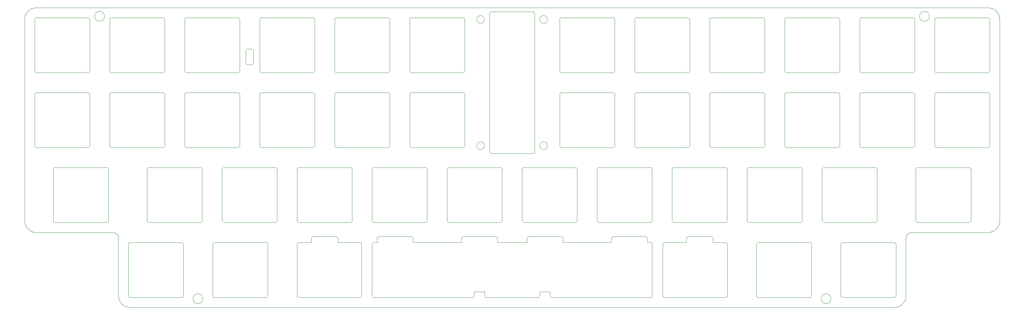
<source format=gm1>
%TF.GenerationSoftware,KiCad,Pcbnew,7.0.6*%
%TF.CreationDate,2023-09-06T22:24:11-04:00*%
%TF.ProjectId,Vault45_Alpha_FR4_Plate,5661756c-7434-4355-9f41-6c7068615f46,rev?*%
%TF.SameCoordinates,PX1c63012PY7616bd0*%
%TF.FileFunction,Profile,NP*%
%FSLAX46Y46*%
G04 Gerber Fmt 4.6, Leading zero omitted, Abs format (unit mm)*
G04 Created by KiCad (PCBNEW 7.0.6) date 2023-09-06 22:24:11*
%MOMM*%
%LPD*%
G01*
G04 APERTURE LIST*
%TA.AperFunction,Profile*%
%ADD10C,0.090000*%
%TD*%
%ADD11C,0.090000*%
G04 APERTURE END LIST*
D10*
X114155648Y4018499D02*
X116825001Y4018499D01*
X114155647Y3048499D02*
X114155648Y4018499D01*
D11*
X113655647Y2548499D02*
X113756414Y2558658D01*
X113850269Y2587792D01*
X113935201Y2633891D01*
X114009200Y2694946D01*
X114070254Y2768944D01*
X114116354Y2853877D01*
X114145488Y2947732D01*
X114155647Y3048499D01*
D10*
X88750000Y2551326D02*
X113655647Y2548499D01*
D11*
X88250000Y3051326D02*
X88260158Y2950559D01*
X88289292Y2856704D01*
X88335392Y2771771D01*
X88396446Y2697773D01*
X88470445Y2636718D01*
X88555377Y2590619D01*
X88649232Y2561485D01*
X88750000Y2551326D01*
D10*
X88250000Y16048480D02*
X88250000Y3051326D01*
D11*
X88750000Y16548480D02*
X88649232Y16538322D01*
X88555377Y16509188D01*
X88470445Y16463088D01*
X88396446Y16402034D01*
X88335392Y16328035D01*
X88289292Y16243103D01*
X88260158Y16149248D01*
X88250000Y16048480D01*
D10*
X89500000Y16548499D02*
X88750000Y16548480D01*
X89500000Y17518499D02*
X89500000Y16548499D01*
D11*
X90000000Y18018499D02*
X89899232Y18008341D01*
X89805377Y17979207D01*
X89720445Y17933107D01*
X89646446Y17872053D01*
X89585392Y17798054D01*
X89539292Y17713122D01*
X89510158Y17619267D01*
X89500000Y17518499D01*
D10*
X98124000Y18018499D02*
X90000000Y18018499D01*
D11*
X98624000Y17518499D02*
X98613841Y17619267D01*
X98584707Y17713122D01*
X98538607Y17798054D01*
X98477553Y17872053D01*
X98403554Y17933107D01*
X98318622Y17979207D01*
X98224767Y18008341D01*
X98124000Y18018499D01*
D10*
X98624000Y16548499D02*
X98624000Y17518499D01*
X110924325Y16551329D02*
X98624000Y16548499D01*
X110924325Y17518499D02*
X110924325Y16551329D01*
D11*
X111424325Y18018499D02*
X111323557Y18008341D01*
X111229702Y17979207D01*
X111144770Y17933107D01*
X111070771Y17872053D01*
X111009717Y17798054D01*
X110963617Y17713122D01*
X110934483Y17619267D01*
X110924325Y17518499D01*
D10*
X119549047Y18018499D02*
X111424325Y18018499D01*
D11*
X120049047Y17518499D02*
X120038888Y17619267D01*
X120009754Y17713122D01*
X119963654Y17798054D01*
X119902600Y17872053D01*
X119828601Y17933107D01*
X119743669Y17979207D01*
X119649814Y18008341D01*
X119549047Y18018499D01*
D10*
X120049047Y16551329D02*
X120049047Y17518499D01*
X127600000Y16551329D02*
X120049047Y16551329D01*
X127600000Y17518499D02*
X127600000Y16551329D01*
D11*
X128100000Y18018499D02*
X127999232Y18008341D01*
X127905377Y17979207D01*
X127820445Y17933107D01*
X127746446Y17872053D01*
X127685392Y17798054D01*
X127639292Y17713122D01*
X127610158Y17619267D01*
X127600000Y17518499D01*
D10*
X136224000Y18018499D02*
X128100000Y18018499D01*
D11*
X136724000Y17518499D02*
X136713841Y17619267D01*
X136684707Y17713122D01*
X136638607Y17798054D01*
X136577553Y17872053D01*
X136503554Y17933107D01*
X136418622Y17979207D01*
X136324767Y18008341D01*
X136224000Y18018499D01*
D10*
X136724000Y16548499D02*
X136724000Y17518499D01*
X149023675Y16548499D02*
X136724000Y16548499D01*
X149023675Y17518499D02*
X149023675Y16548499D01*
D11*
X149523675Y18018499D02*
X149422907Y18008341D01*
X149329052Y17979207D01*
X149244120Y17933107D01*
X149170121Y17872053D01*
X149109067Y17798054D01*
X149062967Y17713122D01*
X149033833Y17619267D01*
X149023675Y17518499D01*
D10*
X157649847Y18018499D02*
X149523675Y18018499D01*
D11*
X158149847Y17518499D02*
X158139688Y17619267D01*
X158110554Y17713122D01*
X158064454Y17798054D01*
X158003400Y17872053D01*
X157929401Y17933107D01*
X157844469Y17979207D01*
X157750614Y18008341D01*
X157649847Y18018499D01*
D10*
X158149847Y16548499D02*
X158149847Y17518499D01*
X158900000Y16548499D02*
X158149847Y16548499D01*
D11*
X159400000Y16048499D02*
X159389841Y16149267D01*
X159360707Y16243122D01*
X159314607Y16328054D01*
X159253553Y16402053D01*
X159179554Y16463107D01*
X159094622Y16509207D01*
X159000767Y16538341D01*
X158900000Y16548499D01*
D10*
X159400000Y3048499D02*
X159400000Y16048499D01*
D11*
X158900000Y2548499D02*
X159000767Y2558658D01*
X159094622Y2587792D01*
X159179554Y2633891D01*
X159253553Y2694946D01*
X159314607Y2768944D01*
X159360707Y2853877D01*
X159389841Y2947732D01*
X159400000Y3048499D01*
D10*
X133994047Y2548499D02*
X158900000Y2548499D01*
D11*
X133494047Y3048499D02*
X133504205Y2947732D01*
X133533339Y2853877D01*
X133579438Y2768944D01*
X133640493Y2694946D01*
X133714491Y2633891D01*
X133799424Y2587792D01*
X133893279Y2558658D01*
X133994047Y2548499D01*
D10*
X133494046Y4018499D02*
X133494047Y3048499D01*
X130825002Y4018499D02*
X133494046Y4018499D01*
X130825000Y3051326D02*
X130825002Y4018499D01*
D11*
X130325000Y2551326D02*
X130425767Y2561485D01*
X130519622Y2590619D01*
X130604554Y2636718D01*
X130678553Y2697773D01*
X130739607Y2771771D01*
X130785707Y2856704D01*
X130814841Y2950559D01*
X130825000Y3051326D01*
D10*
X117325000Y2551326D02*
X130325000Y2551326D01*
D11*
X116825000Y3051326D02*
X116835158Y2950559D01*
X116864292Y2856704D01*
X116910392Y2771771D01*
X116971446Y2697773D01*
X117045445Y2636718D01*
X117130377Y2590619D01*
X117224232Y2561485D01*
X117325000Y2551326D01*
D10*
X116825001Y4018499D02*
X116825000Y3051326D01*
X229833010Y74023121D02*
G75*
G03*
X229833010Y74023121I-1250000J0D01*
G01*
D11*
X61268750Y16548499D02*
X61369517Y16538341D01*
X61463372Y16509207D01*
X61548304Y16463107D01*
X61622303Y16402053D01*
X61683357Y16328054D01*
X61729457Y16243122D01*
X61758591Y16149267D01*
X61768750Y16048499D01*
D10*
X48268750Y16548499D02*
X61268750Y16548499D01*
D11*
X47768750Y16048499D02*
X47778908Y16149267D01*
X47808042Y16243122D01*
X47854142Y16328054D01*
X47915196Y16402053D01*
X47989195Y16463107D01*
X48074127Y16509207D01*
X48167982Y16538341D01*
X48268750Y16548499D01*
D10*
X47768750Y3048499D02*
X47768750Y16048499D01*
D11*
X48268750Y2548499D02*
X48167982Y2558658D01*
X48074127Y2587792D01*
X47989195Y2633891D01*
X47915196Y2694946D01*
X47854142Y2768944D01*
X47808042Y2853877D01*
X47778908Y2947732D01*
X47768750Y3048499D01*
D10*
X61268750Y2548499D02*
X48268750Y2548499D01*
D11*
X61768750Y3048499D02*
X61758591Y2947732D01*
X61729457Y2853877D01*
X61683357Y2768944D01*
X61622303Y2694946D01*
X61548304Y2633891D01*
X61463372Y2587792D01*
X61369517Y2558658D01*
X61268750Y2548499D01*
D10*
X61768750Y16048499D02*
X61768750Y3048499D01*
D11*
X26337500Y16048499D02*
X26347658Y16149267D01*
X26376792Y16243122D01*
X26422892Y16328054D01*
X26483946Y16402053D01*
X26557945Y16463107D01*
X26642877Y16509207D01*
X26736732Y16538341D01*
X26837500Y16548499D01*
D10*
X26337500Y3048499D02*
X26337500Y16048499D01*
D11*
X26837500Y2548499D02*
X26736732Y2558658D01*
X26642877Y2587792D01*
X26557945Y2633891D01*
X26483946Y2694946D01*
X26422892Y2768944D01*
X26376792Y2853877D01*
X26347658Y2947732D01*
X26337500Y3048499D01*
D10*
X39837500Y2548499D02*
X26837500Y2548499D01*
D11*
X40337500Y3048499D02*
X40327341Y2947732D01*
X40298207Y2853877D01*
X40252107Y2768944D01*
X40191053Y2694946D01*
X40117054Y2633891D01*
X40032122Y2587792D01*
X39938267Y2558658D01*
X39837500Y2548499D01*
D10*
X40337500Y16048499D02*
X40337500Y3048499D01*
D11*
X39837500Y16548499D02*
X39938267Y16538341D01*
X40032122Y16509207D01*
X40117054Y16463107D01*
X40191053Y16402053D01*
X40252107Y16328054D01*
X40298207Y16243122D01*
X40327341Y16149267D01*
X40337500Y16048499D01*
D10*
X26837500Y16548499D02*
X39837500Y16548499D01*
X20298108Y74023025D02*
G75*
G03*
X20298108Y74023025I-1250000J0D01*
G01*
X45283052Y2223170D02*
G75*
G03*
X45283052Y2223170I-1250000J0D01*
G01*
D11*
X207312500Y16048499D02*
X207322658Y16149267D01*
X207351792Y16243122D01*
X207397892Y16328054D01*
X207458946Y16402053D01*
X207532945Y16463107D01*
X207617877Y16509207D01*
X207711732Y16538341D01*
X207812500Y16548499D01*
D10*
X207312500Y3048499D02*
X207312500Y16048499D01*
D11*
X207812500Y2548499D02*
X207711732Y2558658D01*
X207617877Y2587792D01*
X207532945Y2633891D01*
X207458946Y2694946D01*
X207397892Y2768944D01*
X207351792Y2853877D01*
X207322658Y2947732D01*
X207312500Y3048499D01*
D10*
X220812500Y2548499D02*
X207812500Y2548499D01*
D11*
X221312500Y3048499D02*
X221302341Y2947732D01*
X221273207Y2853877D01*
X221227107Y2768944D01*
X221166053Y2694946D01*
X221092054Y2633891D01*
X221007122Y2587792D01*
X220913267Y2558658D01*
X220812500Y2548499D01*
D10*
X221312500Y16048499D02*
X221312500Y3048499D01*
D11*
X220812500Y16548499D02*
X220913267Y16538341D01*
X221007122Y16509207D01*
X221092054Y16463107D01*
X221166053Y16402053D01*
X221227107Y16328054D01*
X221273207Y16243122D01*
X221302341Y16149267D01*
X221312500Y16048499D01*
D10*
X207812500Y16548499D02*
X220812500Y16548499D01*
X204843984Y2223222D02*
G75*
G03*
X204843984Y2223222I-1250000J0D01*
G01*
D11*
X185881250Y16048499D02*
X185891408Y16149267D01*
X185920542Y16243122D01*
X185966642Y16328054D01*
X186027696Y16402053D01*
X186101695Y16463107D01*
X186186627Y16509207D01*
X186280482Y16538341D01*
X186381250Y16548499D01*
D10*
X185881250Y3048499D02*
X185881250Y16048499D01*
D11*
X186381250Y2548499D02*
X186280482Y2558658D01*
X186186627Y2587792D01*
X186101695Y2633891D01*
X186027696Y2694946D01*
X185966642Y2768944D01*
X185920542Y2853877D01*
X185891408Y2947732D01*
X185881250Y3048499D01*
D10*
X199381250Y2548499D02*
X186381250Y2548499D01*
D11*
X199881250Y3048499D02*
X199871091Y2947732D01*
X199841957Y2853877D01*
X199795857Y2768944D01*
X199734803Y2694946D01*
X199660804Y2633891D01*
X199575872Y2587792D01*
X199482017Y2558658D01*
X199381250Y2548499D01*
D10*
X199881250Y16048499D02*
X199881250Y3048499D01*
D11*
X199381250Y16548499D02*
X199482017Y16538341D01*
X199575872Y16509207D01*
X199660804Y16463107D01*
X199734803Y16402053D01*
X199795857Y16328054D01*
X199841957Y16243122D01*
X199871091Y16149267D01*
X199881250Y16048499D01*
D10*
X186381250Y16548499D02*
X199381250Y16548499D01*
D11*
X0Y22073499D02*
X3903Y21919120D01*
X15488Y21766767D01*
X34566Y21616629D01*
X60949Y21468895D01*
X94447Y21323753D01*
X134874Y21181391D01*
X182039Y21041999D01*
X235754Y20905764D01*
X295832Y20772876D01*
X362083Y20643521D01*
X434320Y20517890D01*
X512352Y20396171D01*
X595993Y20278552D01*
X685054Y20165221D01*
X779345Y20056367D01*
X878679Y19952179D01*
X982867Y19852845D01*
X1091721Y19758554D01*
X1205052Y19669493D01*
X1322671Y19585852D01*
X1444390Y19507820D01*
X1570021Y19435583D01*
X1699376Y19369332D01*
X1832264Y19309254D01*
X1968499Y19255539D01*
X2107891Y19208374D01*
X2250253Y19167947D01*
X2395395Y19134449D01*
X2543129Y19108066D01*
X2693267Y19088988D01*
X2845620Y19077403D01*
X3000000Y19073499D01*
D10*
X0Y73223499D02*
X0Y22073499D01*
D11*
X3000000Y76223499D02*
X2845620Y76219596D01*
X2693267Y76208011D01*
X2543129Y76188933D01*
X2395395Y76162550D01*
X2250253Y76129052D01*
X2107891Y76088625D01*
X1968499Y76041460D01*
X1832264Y75987745D01*
X1699376Y75927667D01*
X1570021Y75861416D01*
X1444390Y75789179D01*
X1322671Y75711147D01*
X1205052Y75627506D01*
X1091721Y75538445D01*
X982867Y75444154D01*
X878679Y75344820D01*
X779345Y75240632D01*
X685054Y75131778D01*
X595993Y75018447D01*
X512352Y74900828D01*
X434320Y74779109D01*
X362083Y74653478D01*
X295832Y74524123D01*
X235754Y74391235D01*
X182039Y74255000D01*
X134874Y74115608D01*
X94447Y73973246D01*
X60949Y73828104D01*
X34566Y73680370D01*
X15488Y73530232D01*
X3903Y73377879D01*
X0Y73223499D01*
D10*
X244650000Y76223499D02*
X3000000Y76223499D01*
D11*
X247650000Y73223499D02*
X247646096Y73377879D01*
X247634511Y73530232D01*
X247615433Y73680370D01*
X247589050Y73828104D01*
X247555552Y73973246D01*
X247515125Y74115608D01*
X247467960Y74255000D01*
X247414245Y74391235D01*
X247354167Y74524123D01*
X247287916Y74653478D01*
X247215679Y74779109D01*
X247137647Y74900828D01*
X247054006Y75018447D01*
X246964945Y75131778D01*
X246870654Y75240632D01*
X246771320Y75344820D01*
X246667132Y75444154D01*
X246558278Y75538445D01*
X246444947Y75627506D01*
X246327328Y75711147D01*
X246205609Y75789179D01*
X246079978Y75861416D01*
X245950623Y75927667D01*
X245817735Y75987745D01*
X245681500Y76041460D01*
X245542108Y76088625D01*
X245399746Y76129052D01*
X245254604Y76162550D01*
X245106870Y76188933D01*
X244956732Y76208011D01*
X244804379Y76219596D01*
X244650000Y76223499D01*
D10*
X247650000Y22073499D02*
X247650000Y73223499D01*
D11*
X244650000Y19073499D02*
X244804379Y19077403D01*
X244956732Y19088988D01*
X245106870Y19108066D01*
X245254604Y19134449D01*
X245399746Y19167947D01*
X245542108Y19208374D01*
X245681500Y19255539D01*
X245817735Y19309254D01*
X245950623Y19369332D01*
X246079978Y19435583D01*
X246205609Y19507820D01*
X246327328Y19585852D01*
X246444947Y19669493D01*
X246558278Y19758554D01*
X246667132Y19852845D01*
X246771320Y19952179D01*
X246870654Y20056367D01*
X246964945Y20165221D01*
X247054006Y20278552D01*
X247137647Y20396171D01*
X247215679Y20517890D01*
X247287916Y20643521D01*
X247354167Y20772876D01*
X247414245Y20905764D01*
X247467960Y21041999D01*
X247515125Y21181391D01*
X247555552Y21323753D01*
X247589050Y21468895D01*
X247615433Y21616629D01*
X247634511Y21766767D01*
X247646096Y21919120D01*
X247650000Y22073499D01*
D10*
X225337500Y19073499D02*
X244650000Y19073499D01*
D11*
X223837500Y17573499D02*
X223845244Y17726866D01*
X223867974Y17875802D01*
X223904937Y18019554D01*
X223955377Y18157367D01*
X224018541Y18288489D01*
X224093676Y18412164D01*
X224180027Y18527639D01*
X224276839Y18634160D01*
X224383360Y18730972D01*
X224498835Y18817323D01*
X224622510Y18892458D01*
X224753632Y18955622D01*
X224891445Y19006062D01*
X225035197Y19043025D01*
X225184133Y19065755D01*
X225337500Y19073499D01*
D10*
X223837500Y3023499D02*
X223837500Y17573499D01*
D11*
X220837500Y23499D02*
X220991879Y27403D01*
X221144232Y38988D01*
X221294370Y58066D01*
X221442104Y84449D01*
X221587246Y117947D01*
X221729608Y158374D01*
X221869000Y205539D01*
X222005235Y259254D01*
X222138123Y319332D01*
X222267478Y385583D01*
X222393109Y457820D01*
X222514828Y535852D01*
X222632447Y619493D01*
X222745778Y708554D01*
X222854632Y802845D01*
X222958820Y902179D01*
X223058154Y1006367D01*
X223152445Y1115221D01*
X223241506Y1228552D01*
X223325147Y1346171D01*
X223403179Y1467890D01*
X223475416Y1593521D01*
X223541667Y1722876D01*
X223601745Y1855764D01*
X223655460Y1991999D01*
X223702625Y2131391D01*
X223743052Y2273753D01*
X223776550Y2418895D01*
X223802933Y2566629D01*
X223822011Y2716767D01*
X223833596Y2869120D01*
X223837500Y3023499D01*
D10*
X26812500Y23499D02*
X220837500Y23499D01*
D11*
X23812500Y3023499D02*
X23816403Y2869120D01*
X23827988Y2716767D01*
X23847066Y2566629D01*
X23873449Y2418895D01*
X23906947Y2273753D01*
X23947374Y2131391D01*
X23994539Y1991999D01*
X24048254Y1855764D01*
X24108332Y1722876D01*
X24174583Y1593521D01*
X24246820Y1467890D01*
X24324852Y1346171D01*
X24408493Y1228552D01*
X24497554Y1115221D01*
X24591845Y1006367D01*
X24691179Y902179D01*
X24795367Y802845D01*
X24904221Y708554D01*
X25017552Y619493D01*
X25135171Y535852D01*
X25256890Y457820D01*
X25382521Y385583D01*
X25511876Y319332D01*
X25644764Y259254D01*
X25780999Y205539D01*
X25920391Y158374D01*
X26062753Y117947D01*
X26207895Y84449D01*
X26355629Y58066D01*
X26505767Y38988D01*
X26658120Y27403D01*
X26812500Y23499D01*
D10*
X23812500Y17573499D02*
X23812500Y3023499D01*
D11*
X22312500Y19073499D02*
X22465866Y19065755D01*
X22614802Y19043025D01*
X22758554Y19006062D01*
X22896367Y18955622D01*
X23027489Y18892458D01*
X23151164Y18817323D01*
X23266639Y18730972D01*
X23373160Y18634160D01*
X23469972Y18527639D01*
X23556323Y18412164D01*
X23631458Y18288489D01*
X23694622Y18157367D01*
X23745062Y18019554D01*
X23782025Y17875802D01*
X23804755Y17726866D01*
X23812500Y17573499D01*
D10*
X3000000Y19073499D02*
X22312500Y19073499D01*
X174824000Y17518499D02*
X174823999Y16548499D01*
D11*
X174324000Y18018499D02*
X174424767Y18008341D01*
X174518622Y17979207D01*
X174603554Y17933107D01*
X174677553Y17872053D01*
X174738607Y17798054D01*
X174784707Y17713122D01*
X174813841Y17619267D01*
X174824000Y17518499D01*
D10*
X168574000Y18018499D02*
X174324000Y18018499D01*
D11*
X168074000Y17518499D02*
X168084158Y17619267D01*
X168113292Y17713122D01*
X168159392Y17798054D01*
X168220446Y17872053D01*
X168294445Y17933107D01*
X168379377Y17979207D01*
X168473232Y18008341D01*
X168574000Y18018499D01*
D10*
X168073999Y16548499D02*
X168074000Y17518499D01*
X162606000Y16548499D02*
X168073999Y16548499D01*
D11*
X162106000Y16048499D02*
X162116158Y16149267D01*
X162145292Y16243122D01*
X162191392Y16328054D01*
X162252446Y16402053D01*
X162326445Y16463107D01*
X162411377Y16509207D01*
X162505232Y16538341D01*
X162606000Y16548499D01*
D10*
X162106000Y3048499D02*
X162106000Y16048499D01*
D11*
X162606000Y2548499D02*
X162505232Y2558658D01*
X162411377Y2587792D01*
X162326445Y2633891D01*
X162252446Y2694946D01*
X162191392Y2768944D01*
X162145292Y2853877D01*
X162116158Y2947732D01*
X162106000Y3048499D01*
D10*
X177987000Y2548499D02*
X162606000Y2548499D01*
D11*
X178487000Y3048499D02*
X178476841Y2947732D01*
X178447707Y2853877D01*
X178401607Y2768944D01*
X178340553Y2694946D01*
X178266554Y2633891D01*
X178181622Y2587792D01*
X178087767Y2558658D01*
X177987000Y2548499D01*
D10*
X178487000Y16048499D02*
X178487000Y3048499D01*
D11*
X177987000Y16548499D02*
X178087767Y16538341D01*
X178181622Y16509207D01*
X178266554Y16463107D01*
X178340553Y16402053D01*
X178401607Y16328054D01*
X178447707Y16243122D01*
X178476841Y16149267D01*
X178487000Y16048499D01*
D10*
X174823999Y16548499D02*
X177987000Y16548499D01*
X79574000Y17518499D02*
X79573997Y16548499D01*
D11*
X79074000Y18018499D02*
X79174767Y18008341D01*
X79268622Y17979207D01*
X79353554Y17933107D01*
X79427553Y17872053D01*
X79488607Y17798054D01*
X79534707Y17713122D01*
X79563841Y17619267D01*
X79574000Y17518499D01*
D10*
X73324000Y18018499D02*
X79074000Y18018499D01*
D11*
X72824000Y17518499D02*
X72834158Y17619267D01*
X72863292Y17713122D01*
X72909392Y17798054D01*
X72970446Y17872053D01*
X73044445Y17933107D01*
X73129377Y17979207D01*
X73223232Y18008341D01*
X73324000Y18018499D01*
D10*
X72823999Y16548499D02*
X72824000Y17518499D01*
X69700000Y16548499D02*
X72823999Y16548499D01*
D11*
X69200000Y16048499D02*
X69210158Y16149267D01*
X69239292Y16243122D01*
X69285392Y16328054D01*
X69346446Y16402053D01*
X69420445Y16463107D01*
X69505377Y16509207D01*
X69599232Y16538341D01*
X69700000Y16548499D01*
D10*
X69200000Y3048499D02*
X69200000Y16048499D01*
D11*
X69700000Y2548499D02*
X69599232Y2558658D01*
X69505377Y2587792D01*
X69420445Y2633891D01*
X69346446Y2694946D01*
X69285392Y2768944D01*
X69239292Y2853877D01*
X69210158Y2947732D01*
X69200000Y3048499D01*
D10*
X85081000Y2548499D02*
X69700000Y2548499D01*
D11*
X85581000Y3048499D02*
X85570841Y2947732D01*
X85541707Y2853877D01*
X85495607Y2768944D01*
X85434553Y2694946D01*
X85360554Y2633891D01*
X85275622Y2587792D01*
X85181767Y2558658D01*
X85081000Y2548499D01*
D10*
X85581000Y16048499D02*
X85581000Y3048499D01*
D11*
X85081000Y16548499D02*
X85181767Y16538341D01*
X85275622Y16509207D01*
X85360554Y16463107D01*
X85434553Y16402053D01*
X85495607Y16328054D01*
X85541707Y16243122D01*
X85570841Y16149267D01*
X85581000Y16048499D01*
D10*
X79573997Y16548499D02*
X85081000Y16548499D01*
D11*
X239862500Y35599499D02*
X239963267Y35589341D01*
X240057122Y35560207D01*
X240142054Y35514108D01*
X240216053Y35453053D01*
X240277107Y35379055D01*
X240323207Y35294122D01*
X240352341Y35200267D01*
X240362500Y35099499D01*
D10*
X226862500Y35599499D02*
X239862500Y35599499D01*
D11*
X226362500Y35099499D02*
X226372658Y35200267D01*
X226401792Y35294122D01*
X226447892Y35379055D01*
X226508946Y35453053D01*
X226582945Y35514108D01*
X226667877Y35560207D01*
X226761732Y35589341D01*
X226862500Y35599499D01*
D10*
X226362500Y22099499D02*
X226362500Y35099499D01*
D11*
X226862500Y21599499D02*
X226761732Y21609658D01*
X226667877Y21638792D01*
X226582945Y21684892D01*
X226508946Y21745946D01*
X226447892Y21819945D01*
X226401792Y21904877D01*
X226372658Y21998732D01*
X226362500Y22099499D01*
D10*
X239862500Y21599499D02*
X226862500Y21599499D01*
D11*
X240362500Y22099499D02*
X240352341Y21998732D01*
X240323207Y21904877D01*
X240277107Y21819945D01*
X240216053Y21745946D01*
X240142054Y21684892D01*
X240057122Y21638792D01*
X239963267Y21609658D01*
X239862500Y21599499D01*
D10*
X240362500Y35099499D02*
X240362500Y22099499D01*
D11*
X20787500Y35599512D02*
X20888267Y35589354D01*
X20982122Y35560220D01*
X21067054Y35514121D01*
X21141053Y35453066D01*
X21202107Y35379068D01*
X21248207Y35294135D01*
X21277341Y35200280D01*
X21287500Y35099512D01*
D10*
X7787500Y35599512D02*
X20787500Y35599512D01*
D11*
X7287500Y35099512D02*
X7297658Y35200280D01*
X7326792Y35294135D01*
X7372892Y35379068D01*
X7433946Y35453066D01*
X7507945Y35514121D01*
X7592877Y35560220D01*
X7686732Y35589354D01*
X7787500Y35599512D01*
D10*
X7287500Y22099512D02*
X7287500Y35099512D01*
D11*
X7787500Y21599512D02*
X7686732Y21609671D01*
X7592877Y21638805D01*
X7507945Y21684905D01*
X7433946Y21745959D01*
X7372892Y21819958D01*
X7326792Y21904890D01*
X7297658Y21998745D01*
X7287500Y22099512D01*
D10*
X20787500Y21599512D02*
X7787500Y21599512D01*
D11*
X21287500Y22099512D02*
X21277341Y21998745D01*
X21248207Y21904890D01*
X21202107Y21819958D01*
X21141053Y21745959D01*
X21067054Y21684905D01*
X20982122Y21638805D01*
X20888267Y21609671D01*
X20787500Y21599512D01*
D10*
X21287500Y35099512D02*
X21287500Y22099512D01*
D11*
X129575889Y39674499D02*
X129565730Y39573732D01*
X129536596Y39479877D01*
X129490496Y39394944D01*
X129429442Y39320946D01*
X129355443Y39259891D01*
X129270511Y39213792D01*
X129176656Y39184658D01*
X129075889Y39174499D01*
D10*
X129575889Y74674499D02*
X129575889Y39674499D01*
D11*
X129075889Y75174499D02*
X129176656Y75164341D01*
X129270511Y75135207D01*
X129355443Y75089107D01*
X129429442Y75028053D01*
X129490496Y74954054D01*
X129536596Y74869122D01*
X129565730Y74775267D01*
X129575889Y74674499D01*
D10*
X118574889Y75174499D02*
X129075889Y75174499D01*
D11*
X118074889Y74674499D02*
X118085047Y74775267D01*
X118114181Y74869122D01*
X118160280Y74954054D01*
X118221335Y75028053D01*
X118295333Y75089107D01*
X118380266Y75135207D01*
X118474121Y75164341D01*
X118574889Y75174499D01*
D10*
X118074889Y39674499D02*
X118074889Y74674499D01*
D11*
X118574889Y39174499D02*
X118474121Y39184658D01*
X118380266Y39213792D01*
X118295333Y39259891D01*
X118221335Y39320946D01*
X118160280Y39394944D01*
X118114181Y39479877D01*
X118085047Y39573732D01*
X118074889Y39674499D01*
D10*
X129075889Y39174499D02*
X118574889Y39174499D01*
X132813278Y41123102D02*
G75*
G03*
X132813278Y41123102I-987776J0D01*
G01*
X116813391Y41123102D02*
G75*
G03*
X116813391Y41123102I-987889J0D01*
G01*
X132813278Y73225879D02*
G75*
G03*
X132813278Y73225879I-987776J0D01*
G01*
X116813391Y73225879D02*
G75*
G03*
X116813391Y73225879I-987889J0D01*
G01*
D11*
X58138165Y62223684D02*
X58128518Y62131563D01*
X58100682Y62042335D01*
X58056310Y61958895D01*
X57997055Y61884136D01*
X57924571Y61820953D01*
X57840511Y61772239D01*
X57746528Y61740889D01*
X57644278Y61729795D01*
D10*
X58138165Y65222295D02*
X58138165Y62223684D01*
D11*
X57644278Y65716185D02*
X57746528Y65706539D01*
X57840511Y65678703D01*
X57924571Y65634330D01*
X57997055Y65575074D01*
X58056310Y65502590D01*
X58100682Y65418529D01*
X58128518Y65324546D01*
X58138165Y65222295D01*
D10*
X56656499Y65716185D02*
X57644278Y65716185D01*
D11*
X56162613Y65222295D02*
X56172259Y65324546D01*
X56200095Y65418528D01*
X56244468Y65502589D01*
X56303724Y65575074D01*
X56376209Y65634330D01*
X56460269Y65678703D01*
X56554250Y65706539D01*
X56656499Y65716185D01*
D10*
X56162613Y62223684D02*
X56162613Y65222295D01*
D11*
X56656499Y61729795D02*
X56554248Y61739442D01*
X56460266Y61767278D01*
X56376206Y61811651D01*
X56303722Y61870906D01*
X56244467Y61943391D01*
X56200095Y62027452D01*
X56172259Y62121434D01*
X56162613Y62223684D01*
D10*
X57644278Y61729795D02*
X56656499Y61729795D01*
X183500460Y22099499D02*
X183500460Y35099499D01*
D11*
X184000460Y21599499D02*
X183899692Y21609658D01*
X183805837Y21638792D01*
X183720904Y21684892D01*
X183646906Y21745946D01*
X183585851Y21819945D01*
X183539752Y21904877D01*
X183510618Y21998732D01*
X183500460Y22099499D01*
D10*
X197000460Y21599499D02*
X184000460Y21599499D01*
D11*
X197500460Y22099499D02*
X197490301Y21998732D01*
X197461167Y21904877D01*
X197415067Y21819945D01*
X197354013Y21745946D01*
X197280014Y21684892D01*
X197195082Y21638792D01*
X197101227Y21609658D01*
X197000460Y21599499D01*
D10*
X197500460Y35099499D02*
X197500460Y22099499D01*
D11*
X197000460Y35599499D02*
X197101227Y35589341D01*
X197195082Y35560207D01*
X197280014Y35514108D01*
X197354013Y35453053D01*
X197415067Y35379055D01*
X197461167Y35294122D01*
X197490301Y35200267D01*
X197500460Y35099499D01*
D10*
X184000460Y35599499D02*
X197000460Y35599499D01*
D11*
X183500460Y35099499D02*
X183510618Y35200267D01*
X183539752Y35294122D01*
X183585851Y35379055D01*
X183646906Y35453053D01*
X183720904Y35514108D01*
X183805837Y35560207D01*
X183899692Y35589341D01*
X184000460Y35599499D01*
X203050460Y21599499D02*
X202949692Y21609658D01*
X202855837Y21638792D01*
X202770904Y21684892D01*
X202696906Y21745946D01*
X202635851Y21819945D01*
X202589752Y21904877D01*
X202560618Y21998732D01*
X202550460Y22099499D01*
D10*
X216050460Y21599499D02*
X203050460Y21599499D01*
D11*
X216550460Y22099499D02*
X216540301Y21998732D01*
X216511167Y21904877D01*
X216465067Y21819945D01*
X216404013Y21745946D01*
X216330014Y21684892D01*
X216245082Y21638792D01*
X216151227Y21609658D01*
X216050460Y21599499D01*
D10*
X216550460Y35099499D02*
X216550460Y22099499D01*
D11*
X216050460Y35599499D02*
X216151227Y35589341D01*
X216245082Y35560207D01*
X216330014Y35514108D01*
X216404013Y35453053D01*
X216465067Y35379055D01*
X216511167Y35294122D01*
X216540301Y35200267D01*
X216550460Y35099499D01*
D10*
X203050460Y35599499D02*
X216050460Y35599499D01*
D11*
X202550460Y35099499D02*
X202560618Y35200267D01*
X202589752Y35294122D01*
X202635851Y35379055D01*
X202696906Y35453053D01*
X202770904Y35514108D01*
X202855837Y35560207D01*
X202949692Y35589341D01*
X203050460Y35599499D01*
D10*
X202550460Y22099499D02*
X202550460Y35099499D01*
X177950460Y21599499D02*
X164950460Y21599499D01*
D11*
X178450460Y22099499D02*
X178440301Y21998732D01*
X178411167Y21904877D01*
X178365067Y21819945D01*
X178304013Y21745946D01*
X178230014Y21684892D01*
X178145082Y21638792D01*
X178051227Y21609658D01*
X177950460Y21599499D01*
D10*
X178450460Y35099499D02*
X178450460Y22099499D01*
D11*
X177950460Y35599499D02*
X178051227Y35589341D01*
X178145082Y35560207D01*
X178230014Y35514108D01*
X178304013Y35453053D01*
X178365067Y35379055D01*
X178411167Y35294122D01*
X178440301Y35200267D01*
X178450460Y35099499D01*
D10*
X164950460Y35599499D02*
X177950460Y35599499D01*
D11*
X164450460Y35099499D02*
X164460618Y35200267D01*
X164489752Y35294122D01*
X164535851Y35379055D01*
X164596906Y35453053D01*
X164670904Y35514108D01*
X164755837Y35560207D01*
X164849692Y35589341D01*
X164950460Y35599499D01*
D10*
X164450460Y22099499D02*
X164450460Y35099499D01*
D11*
X164950460Y21599499D02*
X164849692Y21609658D01*
X164755837Y21638792D01*
X164670904Y21684892D01*
X164596906Y21745946D01*
X164535851Y21819945D01*
X164489752Y21904877D01*
X164460618Y21998732D01*
X164450460Y22099499D01*
X145400460Y35099499D02*
X145410618Y35200267D01*
X145439752Y35294122D01*
X145485851Y35379055D01*
X145546906Y35453053D01*
X145620904Y35514108D01*
X145705837Y35560207D01*
X145799692Y35589341D01*
X145900460Y35599499D01*
D10*
X145400460Y22099499D02*
X145400460Y35099499D01*
D11*
X145900460Y21599499D02*
X145799692Y21609658D01*
X145705837Y21638792D01*
X145620904Y21684892D01*
X145546906Y21745946D01*
X145485851Y21819945D01*
X145439752Y21904877D01*
X145410618Y21998732D01*
X145400460Y22099499D01*
D10*
X158900460Y21599499D02*
X145900460Y21599499D01*
D11*
X159400460Y22099499D02*
X159390301Y21998732D01*
X159361167Y21904877D01*
X159315067Y21819945D01*
X159254013Y21745946D01*
X159180014Y21684892D01*
X159095082Y21638792D01*
X159001227Y21609658D01*
X158900460Y21599499D01*
D10*
X159400460Y35099499D02*
X159400460Y22099499D01*
D11*
X158900460Y35599499D02*
X159001227Y35589341D01*
X159095082Y35560207D01*
X159180014Y35514108D01*
X159254013Y35453053D01*
X159315067Y35379055D01*
X159361167Y35294122D01*
X159390301Y35200267D01*
X159400460Y35099499D01*
D10*
X145900460Y35599499D02*
X158900460Y35599499D01*
D11*
X126850460Y21599499D02*
X126749692Y21609658D01*
X126655837Y21638792D01*
X126570904Y21684892D01*
X126496906Y21745946D01*
X126435851Y21819945D01*
X126389752Y21904877D01*
X126360618Y21998732D01*
X126350460Y22099499D01*
D10*
X139850460Y21599499D02*
X126850460Y21599499D01*
D11*
X140350460Y22099499D02*
X140340301Y21998732D01*
X140311167Y21904877D01*
X140265067Y21819945D01*
X140204013Y21745946D01*
X140130014Y21684892D01*
X140045082Y21638792D01*
X139951227Y21609658D01*
X139850460Y21599499D01*
D10*
X140350460Y35099499D02*
X140350460Y22099499D01*
D11*
X139850460Y35599499D02*
X139951227Y35589341D01*
X140045082Y35560207D01*
X140130014Y35514108D01*
X140204013Y35453053D01*
X140265067Y35379055D01*
X140311167Y35294122D01*
X140340301Y35200267D01*
X140350460Y35099499D01*
D10*
X126850460Y35599499D02*
X139850460Y35599499D01*
D11*
X126350460Y35099499D02*
X126360618Y35200267D01*
X126389752Y35294122D01*
X126435851Y35379055D01*
X126496906Y35453053D01*
X126570904Y35514108D01*
X126655837Y35560207D01*
X126749692Y35589341D01*
X126850460Y35599499D01*
D10*
X126350460Y22099499D02*
X126350460Y35099499D01*
X50650460Y35599499D02*
X63650460Y35599499D01*
D11*
X50150460Y35099499D02*
X50160618Y35200267D01*
X50189752Y35294122D01*
X50235851Y35379055D01*
X50296906Y35453053D01*
X50370904Y35514108D01*
X50455837Y35560207D01*
X50549692Y35589341D01*
X50650460Y35599499D01*
D10*
X50150460Y22099499D02*
X50150460Y35099499D01*
D11*
X50650460Y21599499D02*
X50549692Y21609658D01*
X50455837Y21638792D01*
X50370904Y21684892D01*
X50296906Y21745946D01*
X50235851Y21819945D01*
X50189752Y21904877D01*
X50160618Y21998732D01*
X50150460Y22099499D01*
D10*
X63650460Y21599499D02*
X50650460Y21599499D01*
D11*
X64150460Y22099499D02*
X64140301Y21998732D01*
X64111167Y21904877D01*
X64065067Y21819945D01*
X64004013Y21745946D01*
X63930014Y21684892D01*
X63845082Y21638792D01*
X63751227Y21609658D01*
X63650460Y21599499D01*
D10*
X64150460Y35099499D02*
X64150460Y22099499D01*
D11*
X63650460Y35599499D02*
X63751227Y35589341D01*
X63845082Y35560207D01*
X63930014Y35514108D01*
X64004013Y35453053D01*
X64065067Y35379055D01*
X64111167Y35294122D01*
X64140301Y35200267D01*
X64150460Y35099499D01*
D10*
X83200460Y35099499D02*
X83200460Y22099499D01*
D11*
X82700460Y35599499D02*
X82801227Y35589341D01*
X82895082Y35560207D01*
X82980014Y35514108D01*
X83054013Y35453053D01*
X83115067Y35379055D01*
X83161167Y35294122D01*
X83190301Y35200267D01*
X83200460Y35099499D01*
D10*
X69700460Y35599499D02*
X82700460Y35599499D01*
D11*
X69200460Y35099499D02*
X69210618Y35200267D01*
X69239752Y35294122D01*
X69285851Y35379055D01*
X69346906Y35453053D01*
X69420904Y35514108D01*
X69505837Y35560207D01*
X69599692Y35589341D01*
X69700460Y35599499D01*
D10*
X69200460Y22099499D02*
X69200460Y35099499D01*
D11*
X69700460Y21599499D02*
X69599692Y21609658D01*
X69505837Y21638792D01*
X69420904Y21684892D01*
X69346906Y21745946D01*
X69285851Y21819945D01*
X69239752Y21904877D01*
X69210618Y21998732D01*
X69200460Y22099499D01*
D10*
X82700460Y21599499D02*
X69700460Y21599499D01*
D11*
X83200460Y22099499D02*
X83190301Y21998732D01*
X83161167Y21904877D01*
X83115067Y21819945D01*
X83054013Y21745946D01*
X82980014Y21684892D01*
X82895082Y21638792D01*
X82801227Y21609658D01*
X82700460Y21599499D01*
D10*
X120800460Y21599499D02*
X107800460Y21599499D01*
D11*
X121300460Y22099499D02*
X121290301Y21998732D01*
X121261167Y21904877D01*
X121215067Y21819945D01*
X121154013Y21745946D01*
X121080014Y21684892D01*
X120995082Y21638792D01*
X120901227Y21609658D01*
X120800460Y21599499D01*
D10*
X121300460Y35099499D02*
X121300460Y22099499D01*
D11*
X120800460Y35599499D02*
X120901227Y35589341D01*
X120995082Y35560207D01*
X121080014Y35514108D01*
X121154013Y35453053D01*
X121215067Y35379055D01*
X121261167Y35294122D01*
X121290301Y35200267D01*
X121300460Y35099499D01*
D10*
X107800460Y35599499D02*
X120800460Y35599499D01*
D11*
X107300460Y35099499D02*
X107310618Y35200267D01*
X107339752Y35294122D01*
X107385851Y35379055D01*
X107446906Y35453053D01*
X107520904Y35514108D01*
X107605837Y35560207D01*
X107699692Y35589341D01*
X107800460Y35599499D01*
D10*
X107300460Y22099499D02*
X107300460Y35099499D01*
D11*
X107800460Y21599499D02*
X107699692Y21609658D01*
X107605837Y21638792D01*
X107520904Y21684892D01*
X107446906Y21745946D01*
X107385851Y21819945D01*
X107339752Y21904877D01*
X107310618Y21998732D01*
X107300460Y22099499D01*
D10*
X102250460Y35099499D02*
X102250460Y22099499D01*
D11*
X101750460Y35599499D02*
X101851227Y35589341D01*
X101945082Y35560207D01*
X102030014Y35514108D01*
X102104013Y35453053D01*
X102165067Y35379055D01*
X102211167Y35294122D01*
X102240301Y35200267D01*
X102250460Y35099499D01*
D10*
X88750460Y35599499D02*
X101750460Y35599499D01*
D11*
X88250460Y35099499D02*
X88260618Y35200267D01*
X88289752Y35294122D01*
X88335851Y35379055D01*
X88396906Y35453053D01*
X88470904Y35514108D01*
X88555837Y35560207D01*
X88649692Y35589341D01*
X88750460Y35599499D01*
D10*
X88250460Y22099499D02*
X88250460Y35099499D01*
D11*
X88750460Y21599499D02*
X88649692Y21609658D01*
X88555837Y21638792D01*
X88470904Y21684892D01*
X88396906Y21745946D01*
X88335851Y21819945D01*
X88289752Y21904877D01*
X88260618Y21998732D01*
X88250460Y22099499D01*
D10*
X101750460Y21599499D02*
X88750460Y21599499D01*
D11*
X102250460Y22099499D02*
X102240301Y21998732D01*
X102211167Y21904877D01*
X102165067Y21819945D01*
X102104013Y21745946D01*
X102030014Y21684892D01*
X101945082Y21638792D01*
X101851227Y21609658D01*
X101750460Y21599499D01*
X212575389Y40649499D02*
X212474621Y40659658D01*
X212380766Y40688792D01*
X212295833Y40734891D01*
X212221835Y40795946D01*
X212160780Y40869944D01*
X212114681Y40954877D01*
X212085547Y41048732D01*
X212075389Y41149499D01*
D10*
X225575389Y40649499D02*
X212575389Y40649499D01*
D11*
X226075389Y41149499D02*
X226065230Y41048732D01*
X226036096Y40954877D01*
X225989996Y40869944D01*
X225928942Y40795946D01*
X225854943Y40734891D01*
X225770011Y40688792D01*
X225676156Y40659658D01*
X225575389Y40649499D01*
D10*
X226075389Y54149499D02*
X226075389Y41149499D01*
D11*
X225575389Y54649499D02*
X225676156Y54639341D01*
X225770011Y54610207D01*
X225854943Y54564107D01*
X225928942Y54503053D01*
X225989996Y54429054D01*
X226036096Y54344122D01*
X226065230Y54250267D01*
X226075389Y54149499D01*
D10*
X212575389Y54649499D02*
X225575389Y54649499D01*
D11*
X212075389Y54149499D02*
X212085547Y54250267D01*
X212114681Y54344122D01*
X212160780Y54429054D01*
X212221835Y54503053D01*
X212295833Y54564107D01*
X212380766Y54610207D01*
X212474621Y54639341D01*
X212575389Y54649499D01*
D10*
X212075389Y41149499D02*
X212075389Y54149499D01*
X187975389Y54149499D02*
X187975389Y41149499D01*
D11*
X187475389Y54649499D02*
X187576156Y54639341D01*
X187670011Y54610207D01*
X187754943Y54564107D01*
X187828942Y54503053D01*
X187889996Y54429054D01*
X187936096Y54344122D01*
X187965230Y54250267D01*
X187975389Y54149499D01*
D10*
X174475389Y54649499D02*
X187475389Y54649499D01*
D11*
X173975389Y54149499D02*
X173985547Y54250267D01*
X174014681Y54344122D01*
X174060780Y54429054D01*
X174121835Y54503053D01*
X174195833Y54564107D01*
X174280766Y54610207D01*
X174374621Y54639341D01*
X174475389Y54649499D01*
D10*
X173975389Y41149499D02*
X173975389Y54149499D01*
D11*
X174475389Y40649499D02*
X174374621Y40659658D01*
X174280766Y40688792D01*
X174195833Y40734891D01*
X174121835Y40795946D01*
X174060780Y40869944D01*
X174014681Y40954877D01*
X173985547Y41048732D01*
X173975389Y41149499D01*
D10*
X187475389Y40649499D02*
X174475389Y40649499D01*
D11*
X187975389Y41149499D02*
X187965230Y41048732D01*
X187936096Y40954877D01*
X187889996Y40869944D01*
X187828942Y40795946D01*
X187754943Y40734891D01*
X187670011Y40688792D01*
X187576156Y40659658D01*
X187475389Y40649499D01*
X168925389Y41149499D02*
X168915230Y41048732D01*
X168886096Y40954877D01*
X168839996Y40869944D01*
X168778942Y40795946D01*
X168704943Y40734891D01*
X168620011Y40688792D01*
X168526156Y40659658D01*
X168425389Y40649499D01*
D10*
X168925389Y54149499D02*
X168925389Y41149499D01*
D11*
X168425389Y54649499D02*
X168526156Y54639341D01*
X168620011Y54610207D01*
X168704943Y54564107D01*
X168778942Y54503053D01*
X168839996Y54429054D01*
X168886096Y54344122D01*
X168915230Y54250267D01*
X168925389Y54149499D01*
D10*
X155425389Y54649499D02*
X168425389Y54649499D01*
D11*
X154925389Y54149499D02*
X154935547Y54250267D01*
X154964681Y54344122D01*
X155010780Y54429054D01*
X155071835Y54503053D01*
X155145833Y54564107D01*
X155230766Y54610207D01*
X155324621Y54639341D01*
X155425389Y54649499D01*
D10*
X154925389Y41149499D02*
X154925389Y54149499D01*
D11*
X155425389Y40649499D02*
X155324621Y40659658D01*
X155230766Y40688792D01*
X155145833Y40734891D01*
X155071835Y40795946D01*
X155010780Y40869944D01*
X154964681Y40954877D01*
X154935547Y41048732D01*
X154925389Y41149499D01*
D10*
X168425389Y40649499D02*
X155425389Y40649499D01*
X244625389Y40649499D02*
X231625389Y40649499D01*
D11*
X245125389Y41149499D02*
X245115230Y41048732D01*
X245086096Y40954877D01*
X245039996Y40869944D01*
X244978942Y40795946D01*
X244904943Y40734891D01*
X244820011Y40688792D01*
X244726156Y40659658D01*
X244625389Y40649499D01*
D10*
X245125389Y54149499D02*
X245125389Y41149499D01*
D11*
X244625389Y54649499D02*
X244726156Y54639341D01*
X244820011Y54610207D01*
X244904943Y54564107D01*
X244978942Y54503053D01*
X245039996Y54429054D01*
X245086096Y54344122D01*
X245115230Y54250267D01*
X245125389Y54149499D01*
D10*
X231625389Y54649499D02*
X244625389Y54649499D01*
D11*
X231125389Y54149499D02*
X231135547Y54250267D01*
X231164681Y54344122D01*
X231210780Y54429054D01*
X231271835Y54503053D01*
X231345833Y54564107D01*
X231430766Y54610207D01*
X231524621Y54639341D01*
X231625389Y54649499D01*
D10*
X231125389Y41149499D02*
X231125389Y54149499D01*
D11*
X231625389Y40649499D02*
X231524621Y40659658D01*
X231430766Y40688792D01*
X231345833Y40734891D01*
X231271835Y40795946D01*
X231210780Y40869944D01*
X231164681Y40954877D01*
X231135547Y41048732D01*
X231125389Y41149499D01*
X206525389Y54649499D02*
X206626156Y54639341D01*
X206720011Y54610207D01*
X206804943Y54564107D01*
X206878942Y54503053D01*
X206939996Y54429054D01*
X206986096Y54344122D01*
X207015230Y54250267D01*
X207025389Y54149499D01*
D10*
X193525389Y54649499D02*
X206525389Y54649499D01*
D11*
X193025389Y54149499D02*
X193035547Y54250267D01*
X193064681Y54344122D01*
X193110780Y54429054D01*
X193171835Y54503053D01*
X193245833Y54564107D01*
X193330766Y54610207D01*
X193424621Y54639341D01*
X193525389Y54649499D01*
D10*
X193025389Y41149499D02*
X193025389Y54149499D01*
D11*
X193525389Y40649499D02*
X193424621Y40659658D01*
X193330766Y40688792D01*
X193245833Y40734891D01*
X193171835Y40795946D01*
X193110780Y40869944D01*
X193064681Y40954877D01*
X193035547Y41048732D01*
X193025389Y41149499D01*
D10*
X206525389Y40649499D02*
X193525389Y40649499D01*
D11*
X207025389Y41149499D02*
X207015230Y41048732D01*
X206986096Y40954877D01*
X206939996Y40869944D01*
X206878942Y40795946D01*
X206804943Y40734891D01*
X206720011Y40688792D01*
X206626156Y40659658D01*
X206525389Y40649499D01*
D10*
X207025389Y54149499D02*
X207025389Y41149499D01*
D11*
X44600460Y35599499D02*
X44701227Y35589341D01*
X44795082Y35560207D01*
X44880014Y35514108D01*
X44954013Y35453053D01*
X45015067Y35379055D01*
X45061167Y35294122D01*
X45090301Y35200267D01*
X45100460Y35099499D01*
D10*
X31600460Y35599499D02*
X44600460Y35599499D01*
D11*
X31100460Y35099499D02*
X31110618Y35200267D01*
X31139752Y35294122D01*
X31185851Y35379055D01*
X31246906Y35453053D01*
X31320904Y35514108D01*
X31405837Y35560207D01*
X31499692Y35589341D01*
X31600460Y35599499D01*
D10*
X31100460Y22099499D02*
X31100460Y35099499D01*
D11*
X31600460Y21599499D02*
X31499692Y21609658D01*
X31405837Y21638792D01*
X31320904Y21684892D01*
X31246906Y21745946D01*
X31185851Y21819945D01*
X31139752Y21904877D01*
X31110618Y21998732D01*
X31100460Y22099499D01*
D10*
X44600460Y21599499D02*
X31600460Y21599499D01*
D11*
X45100460Y22099499D02*
X45090301Y21998732D01*
X45061167Y21904877D01*
X45015067Y21819945D01*
X44954013Y21745946D01*
X44880014Y21684892D01*
X44795082Y21638792D01*
X44701227Y21609658D01*
X44600460Y21599499D01*
D10*
X45100460Y35099499D02*
X45100460Y22099499D01*
X135875389Y41149499D02*
X135875389Y54149499D01*
D11*
X136375389Y40649499D02*
X136274621Y40659658D01*
X136180766Y40688792D01*
X136095833Y40734891D01*
X136021835Y40795946D01*
X135960780Y40869944D01*
X135914681Y40954877D01*
X135885547Y41048732D01*
X135875389Y41149499D01*
D10*
X149375389Y40649499D02*
X136375389Y40649499D01*
D11*
X149875389Y41149499D02*
X149865230Y41048732D01*
X149836096Y40954877D01*
X149789996Y40869944D01*
X149728942Y40795946D01*
X149654943Y40734891D01*
X149570011Y40688792D01*
X149476156Y40659658D01*
X149375389Y40649499D01*
D10*
X149875389Y54149499D02*
X149875389Y41149499D01*
D11*
X149375389Y54649499D02*
X149476156Y54639341D01*
X149570011Y54610207D01*
X149654943Y54564107D01*
X149728942Y54503053D01*
X149789996Y54429054D01*
X149836096Y54344122D01*
X149865230Y54250267D01*
X149875389Y54149499D01*
D10*
X136375389Y54649499D02*
X149375389Y54649499D01*
D11*
X135875389Y54149499D02*
X135885547Y54250267D01*
X135914681Y54344122D01*
X135960780Y54429054D01*
X136021835Y54503053D01*
X136095833Y54564107D01*
X136180766Y54610207D01*
X136274621Y54639341D01*
X136375389Y54649499D01*
X73675389Y60199499D02*
X73665230Y60098732D01*
X73636096Y60004877D01*
X73589996Y59919944D01*
X73528942Y59845946D01*
X73454943Y59784891D01*
X73370011Y59738792D01*
X73276156Y59709658D01*
X73175389Y59699499D01*
D10*
X73675389Y73199499D02*
X73675389Y60199499D01*
D11*
X73175389Y73699499D02*
X73276156Y73689341D01*
X73370011Y73660207D01*
X73454943Y73614107D01*
X73528942Y73553053D01*
X73589996Y73479054D01*
X73636096Y73394122D01*
X73665230Y73300267D01*
X73675389Y73199499D01*
D10*
X60175389Y73699499D02*
X73175389Y73699499D01*
D11*
X59675389Y73199499D02*
X59685547Y73300267D01*
X59714681Y73394122D01*
X59760780Y73479054D01*
X59821835Y73553053D01*
X59895833Y73614107D01*
X59980766Y73660207D01*
X60074621Y73689341D01*
X60175389Y73699499D01*
D10*
X59675389Y60199499D02*
X59675389Y73199499D01*
D11*
X60175389Y59699499D02*
X60074621Y59709658D01*
X59980766Y59738792D01*
X59895833Y59784891D01*
X59821835Y59845946D01*
X59760780Y59919944D01*
X59714681Y60004877D01*
X59685547Y60098732D01*
X59675389Y60199499D01*
D10*
X73175389Y59699499D02*
X60175389Y59699499D01*
X54125389Y59699499D02*
X41125389Y59699499D01*
D11*
X54625389Y60199499D02*
X54615230Y60098732D01*
X54586096Y60004877D01*
X54539996Y59919944D01*
X54478942Y59845946D01*
X54404943Y59784891D01*
X54320011Y59738792D01*
X54226156Y59709658D01*
X54125389Y59699499D01*
D10*
X54625389Y73199499D02*
X54625389Y60199499D01*
D11*
X54125389Y73699499D02*
X54226156Y73689341D01*
X54320011Y73660207D01*
X54404943Y73614107D01*
X54478942Y73553053D01*
X54539996Y73479054D01*
X54586096Y73394122D01*
X54615230Y73300267D01*
X54625389Y73199499D01*
D10*
X41125389Y73699499D02*
X54125389Y73699499D01*
D11*
X40625389Y73199499D02*
X40635547Y73300267D01*
X40664681Y73394122D01*
X40710780Y73479054D01*
X40771835Y73553053D01*
X40845833Y73614107D01*
X40930766Y73660207D01*
X41024621Y73689341D01*
X41125389Y73699499D01*
D10*
X40625389Y60199499D02*
X40625389Y73199499D01*
D11*
X41125389Y59699499D02*
X41024621Y59709658D01*
X40930766Y59738792D01*
X40845833Y59784891D01*
X40771835Y59845946D01*
X40710780Y59919944D01*
X40664681Y60004877D01*
X40635547Y60098732D01*
X40625389Y60199499D01*
D10*
X35075389Y59699499D02*
X22075389Y59699499D01*
D11*
X35575389Y60199499D02*
X35565230Y60098732D01*
X35536096Y60004877D01*
X35489996Y59919944D01*
X35428942Y59845946D01*
X35354943Y59784891D01*
X35270011Y59738792D01*
X35176156Y59709658D01*
X35075389Y59699499D01*
D10*
X35575389Y73199499D02*
X35575389Y60199499D01*
D11*
X35075389Y73699499D02*
X35176156Y73689341D01*
X35270011Y73660207D01*
X35354943Y73614107D01*
X35428942Y73553053D01*
X35489996Y73479054D01*
X35536096Y73394122D01*
X35565230Y73300267D01*
X35575389Y73199499D01*
D10*
X22075389Y73699499D02*
X35075389Y73699499D01*
D11*
X21575389Y73199499D02*
X21585547Y73300267D01*
X21614681Y73394122D01*
X21660780Y73479054D01*
X21721835Y73553053D01*
X21795833Y73614107D01*
X21880766Y73660207D01*
X21974621Y73689341D01*
X22075389Y73699499D01*
D10*
X21575389Y60199499D02*
X21575389Y73199499D01*
D11*
X22075389Y59699499D02*
X21974621Y59709658D01*
X21880766Y59738792D01*
X21795833Y59784891D01*
X21721835Y59845946D01*
X21660780Y59919944D01*
X21614681Y60004877D01*
X21585547Y60098732D01*
X21575389Y60199499D01*
D10*
X16525389Y73199499D02*
X16525389Y60199499D01*
D11*
X16025389Y73699499D02*
X16126156Y73689341D01*
X16220011Y73660207D01*
X16304943Y73614107D01*
X16378942Y73553053D01*
X16439996Y73479054D01*
X16486096Y73394122D01*
X16515230Y73300267D01*
X16525389Y73199499D01*
D10*
X3025389Y73699499D02*
X16025389Y73699499D01*
D11*
X2525389Y73199499D02*
X2535547Y73300267D01*
X2564681Y73394122D01*
X2610780Y73479054D01*
X2671835Y73553053D01*
X2745833Y73614107D01*
X2830766Y73660207D01*
X2924621Y73689341D01*
X3025389Y73699499D01*
D10*
X2525389Y60199499D02*
X2525389Y73199499D01*
D11*
X3025389Y59699499D02*
X2924621Y59709658D01*
X2830766Y59738792D01*
X2745833Y59784891D01*
X2671835Y59845946D01*
X2610780Y59919944D01*
X2564681Y60004877D01*
X2535547Y60098732D01*
X2525389Y60199499D01*
D10*
X16025389Y59699499D02*
X3025389Y59699499D01*
D11*
X16525389Y60199499D02*
X16515230Y60098732D01*
X16486096Y60004877D01*
X16439996Y59919944D01*
X16378942Y59845946D01*
X16304943Y59784891D01*
X16220011Y59738792D01*
X16126156Y59709658D01*
X16025389Y59699499D01*
X212575389Y59699499D02*
X212474621Y59709658D01*
X212380766Y59738792D01*
X212295833Y59784891D01*
X212221835Y59845946D01*
X212160780Y59919944D01*
X212114681Y60004877D01*
X212085547Y60098732D01*
X212075389Y60199499D01*
D10*
X225575389Y59699499D02*
X212575389Y59699499D01*
D11*
X226075389Y60199499D02*
X226065230Y60098732D01*
X226036096Y60004877D01*
X225989996Y59919944D01*
X225928942Y59845946D01*
X225854943Y59784891D01*
X225770011Y59738792D01*
X225676156Y59709658D01*
X225575389Y59699499D01*
D10*
X226075389Y73199499D02*
X226075389Y60199499D01*
D11*
X225575389Y73699499D02*
X225676156Y73689341D01*
X225770011Y73660207D01*
X225854943Y73614107D01*
X225928942Y73553053D01*
X225989996Y73479054D01*
X226036096Y73394122D01*
X226065230Y73300267D01*
X226075389Y73199499D01*
D10*
X212575389Y73699499D02*
X225575389Y73699499D01*
D11*
X212075389Y73199499D02*
X212085547Y73300267D01*
X212114681Y73394122D01*
X212160780Y73479054D01*
X212221835Y73553053D01*
X212295833Y73614107D01*
X212380766Y73660207D01*
X212474621Y73689341D01*
X212575389Y73699499D01*
D10*
X212075389Y60199499D02*
X212075389Y73199499D01*
X22075389Y54649499D02*
X35075389Y54649499D01*
D11*
X21575389Y54149499D02*
X21585547Y54250267D01*
X21614681Y54344122D01*
X21660780Y54429054D01*
X21721835Y54503053D01*
X21795833Y54564107D01*
X21880766Y54610207D01*
X21974621Y54639341D01*
X22075389Y54649499D01*
D10*
X21575389Y41149499D02*
X21575389Y54149499D01*
D11*
X22075389Y40649499D02*
X21974621Y40659658D01*
X21880766Y40688792D01*
X21795833Y40734891D01*
X21721835Y40795946D01*
X21660780Y40869944D01*
X21614681Y40954877D01*
X21585547Y41048732D01*
X21575389Y41149499D01*
D10*
X35075389Y40649499D02*
X22075389Y40649499D01*
D11*
X35575389Y41149499D02*
X35565230Y41048732D01*
X35536096Y40954877D01*
X35489996Y40869944D01*
X35428942Y40795946D01*
X35354943Y40734891D01*
X35270011Y40688792D01*
X35176156Y40659658D01*
X35075389Y40649499D01*
D10*
X35575389Y54149499D02*
X35575389Y41149499D01*
D11*
X35075389Y54649499D02*
X35176156Y54639341D01*
X35270011Y54610207D01*
X35354943Y54564107D01*
X35428942Y54503053D01*
X35489996Y54429054D01*
X35536096Y54344122D01*
X35565230Y54250267D01*
X35575389Y54149499D01*
D10*
X231125389Y60199499D02*
X231125389Y73199499D01*
D11*
X231625389Y59699499D02*
X231524621Y59709658D01*
X231430766Y59738792D01*
X231345833Y59784891D01*
X231271835Y59845946D01*
X231210780Y59919944D01*
X231164681Y60004877D01*
X231135547Y60098732D01*
X231125389Y60199499D01*
D10*
X244625389Y59699499D02*
X231625389Y59699499D01*
D11*
X245125389Y60199499D02*
X245115230Y60098732D01*
X245086096Y60004877D01*
X245039996Y59919944D01*
X244978942Y59845946D01*
X244904943Y59784891D01*
X244820011Y59738792D01*
X244726156Y59709658D01*
X244625389Y59699499D01*
D10*
X245125389Y73199499D02*
X245125389Y60199499D01*
D11*
X244625389Y73699499D02*
X244726156Y73689341D01*
X244820011Y73660207D01*
X244904943Y73614107D01*
X244978942Y73553053D01*
X245039996Y73479054D01*
X245086096Y73394122D01*
X245115230Y73300267D01*
X245125389Y73199499D01*
D10*
X231625389Y73699499D02*
X244625389Y73699499D01*
D11*
X231125389Y73199499D02*
X231135547Y73300267D01*
X231164681Y73394122D01*
X231210780Y73479054D01*
X231271835Y73553053D01*
X231345833Y73614107D01*
X231430766Y73660207D01*
X231524621Y73689341D01*
X231625389Y73699499D01*
D10*
X16025389Y40649499D02*
X3025389Y40649499D01*
D11*
X16525389Y41149499D02*
X16515230Y41048732D01*
X16486096Y40954877D01*
X16439996Y40869944D01*
X16378942Y40795946D01*
X16304943Y40734891D01*
X16220011Y40688792D01*
X16126156Y40659658D01*
X16025389Y40649499D01*
D10*
X16525389Y54149499D02*
X16525389Y41149499D01*
D11*
X16025389Y54649499D02*
X16126156Y54639341D01*
X16220011Y54610207D01*
X16304943Y54564107D01*
X16378942Y54503053D01*
X16439996Y54429054D01*
X16486096Y54344122D01*
X16515230Y54250267D01*
X16525389Y54149499D01*
D10*
X3025389Y54649499D02*
X16025389Y54649499D01*
D11*
X2525389Y54149499D02*
X2535547Y54250267D01*
X2564681Y54344122D01*
X2610780Y54429054D01*
X2671835Y54503053D01*
X2745833Y54564107D01*
X2830766Y54610207D01*
X2924621Y54639341D01*
X3025389Y54649499D01*
D10*
X2525389Y41149499D02*
X2525389Y54149499D01*
D11*
X3025389Y40649499D02*
X2924621Y40659658D01*
X2830766Y40688792D01*
X2745833Y40734891D01*
X2671835Y40795946D01*
X2610780Y40869944D01*
X2564681Y40954877D01*
X2535547Y41048732D01*
X2525389Y41149499D01*
D10*
X59675389Y41149499D02*
X59675389Y54149499D01*
D11*
X60175389Y40649499D02*
X60074621Y40659658D01*
X59980766Y40688792D01*
X59895833Y40734891D01*
X59821835Y40795946D01*
X59760780Y40869944D01*
X59714681Y40954877D01*
X59685547Y41048732D01*
X59675389Y41149499D01*
D10*
X73175389Y40649499D02*
X60175389Y40649499D01*
D11*
X73675389Y41149499D02*
X73665230Y41048732D01*
X73636096Y40954877D01*
X73589996Y40869944D01*
X73528942Y40795946D01*
X73454943Y40734891D01*
X73370011Y40688792D01*
X73276156Y40659658D01*
X73175389Y40649499D01*
D10*
X73675389Y54149499D02*
X73675389Y41149499D01*
D11*
X73175389Y54649499D02*
X73276156Y54639341D01*
X73370011Y54610207D01*
X73454943Y54564107D01*
X73528942Y54503053D01*
X73589996Y54429054D01*
X73636096Y54344122D01*
X73665230Y54250267D01*
X73675389Y54149499D01*
D10*
X60175389Y54649499D02*
X73175389Y54649499D01*
D11*
X59675389Y54149499D02*
X59685547Y54250267D01*
X59714681Y54344122D01*
X59760780Y54429054D01*
X59821835Y54503053D01*
X59895833Y54564107D01*
X59980766Y54610207D01*
X60074621Y54639341D01*
X60175389Y54649499D01*
D10*
X97775389Y41149499D02*
X97775389Y54149499D01*
D11*
X98275389Y40649499D02*
X98174621Y40659658D01*
X98080766Y40688792D01*
X97995833Y40734891D01*
X97921835Y40795946D01*
X97860780Y40869944D01*
X97814681Y40954877D01*
X97785547Y41048732D01*
X97775389Y41149499D01*
D10*
X111275389Y40649499D02*
X98275389Y40649499D01*
D11*
X111775389Y41149499D02*
X111765230Y41048732D01*
X111736096Y40954877D01*
X111689996Y40869944D01*
X111628942Y40795946D01*
X111554943Y40734891D01*
X111470011Y40688792D01*
X111376156Y40659658D01*
X111275389Y40649499D01*
D10*
X111775389Y54149499D02*
X111775389Y41149499D01*
D11*
X111275389Y54649499D02*
X111376156Y54639341D01*
X111470011Y54610207D01*
X111554943Y54564107D01*
X111628942Y54503053D01*
X111689996Y54429054D01*
X111736096Y54344122D01*
X111765230Y54250267D01*
X111775389Y54149499D01*
D10*
X98275389Y54649499D02*
X111275389Y54649499D01*
D11*
X97775389Y54149499D02*
X97785547Y54250267D01*
X97814681Y54344122D01*
X97860780Y54429054D01*
X97921835Y54503053D01*
X97995833Y54564107D01*
X98080766Y54610207D01*
X98174621Y54639341D01*
X98275389Y54649499D01*
D10*
X92725389Y54149499D02*
X92725389Y41149499D01*
D11*
X92225389Y54649499D02*
X92326156Y54639341D01*
X92420011Y54610207D01*
X92504943Y54564107D01*
X92578942Y54503053D01*
X92639996Y54429054D01*
X92686096Y54344122D01*
X92715230Y54250267D01*
X92725389Y54149499D01*
D10*
X79225389Y54649499D02*
X92225389Y54649499D01*
D11*
X78725389Y54149499D02*
X78735547Y54250267D01*
X78764681Y54344122D01*
X78810780Y54429054D01*
X78871835Y54503053D01*
X78945833Y54564107D01*
X79030766Y54610207D01*
X79124621Y54639341D01*
X79225389Y54649499D01*
D10*
X78725389Y41149499D02*
X78725389Y54149499D01*
D11*
X79225389Y40649499D02*
X79124621Y40659658D01*
X79030766Y40688792D01*
X78945833Y40734891D01*
X78871835Y40795946D01*
X78810780Y40869944D01*
X78764681Y40954877D01*
X78735547Y41048732D01*
X78725389Y41149499D01*
D10*
X92225389Y40649499D02*
X79225389Y40649499D01*
D11*
X92725389Y41149499D02*
X92715230Y41048732D01*
X92686096Y40954877D01*
X92639996Y40869944D01*
X92578942Y40795946D01*
X92504943Y40734891D01*
X92420011Y40688792D01*
X92326156Y40659658D01*
X92225389Y40649499D01*
D10*
X40625389Y41149499D02*
X40625389Y54149499D01*
D11*
X41125389Y40649499D02*
X41024621Y40659658D01*
X40930766Y40688792D01*
X40845833Y40734891D01*
X40771835Y40795946D01*
X40710780Y40869944D01*
X40664681Y40954877D01*
X40635547Y41048732D01*
X40625389Y41149499D01*
D10*
X54125389Y40649499D02*
X41125389Y40649499D01*
D11*
X54625389Y41149499D02*
X54615230Y41048732D01*
X54586096Y40954877D01*
X54539996Y40869944D01*
X54478942Y40795946D01*
X54404943Y40734891D01*
X54320011Y40688792D01*
X54226156Y40659658D01*
X54125389Y40649499D01*
D10*
X54625389Y54149499D02*
X54625389Y41149499D01*
D11*
X54125389Y54649499D02*
X54226156Y54639341D01*
X54320011Y54610207D01*
X54404943Y54564107D01*
X54478942Y54503053D01*
X54539996Y54429054D01*
X54586096Y54344122D01*
X54615230Y54250267D01*
X54625389Y54149499D01*
D10*
X41125389Y54649499D02*
X54125389Y54649499D01*
D11*
X40625389Y54149499D02*
X40635547Y54250267D01*
X40664681Y54344122D01*
X40710780Y54429054D01*
X40771835Y54503053D01*
X40845833Y54564107D01*
X40930766Y54610207D01*
X41024621Y54639341D01*
X41125389Y54649499D01*
X149875389Y60199499D02*
X149865230Y60098732D01*
X149836096Y60004877D01*
X149789996Y59919944D01*
X149728942Y59845946D01*
X149654943Y59784891D01*
X149570011Y59738792D01*
X149476156Y59709658D01*
X149375389Y59699499D01*
D10*
X149875389Y73199499D02*
X149875389Y60199499D01*
D11*
X149375389Y73699499D02*
X149476156Y73689341D01*
X149570011Y73660207D01*
X149654943Y73614107D01*
X149728942Y73553053D01*
X149789996Y73479054D01*
X149836096Y73394122D01*
X149865230Y73300267D01*
X149875389Y73199499D01*
D10*
X136375389Y73699499D02*
X149375389Y73699499D01*
D11*
X135875389Y73199499D02*
X135885547Y73300267D01*
X135914681Y73394122D01*
X135960780Y73479054D01*
X136021835Y73553053D01*
X136095833Y73614107D01*
X136180766Y73660207D01*
X136274621Y73689341D01*
X136375389Y73699499D01*
D10*
X135875389Y60199499D02*
X135875389Y73199499D01*
D11*
X136375389Y59699499D02*
X136274621Y59709658D01*
X136180766Y59738792D01*
X136095833Y59784891D01*
X136021835Y59845946D01*
X135960780Y59919944D01*
X135914681Y60004877D01*
X135885547Y60098732D01*
X135875389Y60199499D01*
D10*
X149375389Y59699499D02*
X136375389Y59699499D01*
X193525389Y73699499D02*
X206525389Y73699499D01*
D11*
X193025389Y73199499D02*
X193035547Y73300267D01*
X193064681Y73394122D01*
X193110780Y73479054D01*
X193171835Y73553053D01*
X193245833Y73614107D01*
X193330766Y73660207D01*
X193424621Y73689341D01*
X193525389Y73699499D01*
D10*
X193025389Y60199499D02*
X193025389Y73199499D01*
D11*
X193525389Y59699499D02*
X193424621Y59709658D01*
X193330766Y59738792D01*
X193245833Y59784891D01*
X193171835Y59845946D01*
X193110780Y59919944D01*
X193064681Y60004877D01*
X193035547Y60098732D01*
X193025389Y60199499D01*
D10*
X206525389Y59699499D02*
X193525389Y59699499D01*
D11*
X207025389Y60199499D02*
X207015230Y60098732D01*
X206986096Y60004877D01*
X206939996Y59919944D01*
X206878942Y59845946D01*
X206804943Y59784891D01*
X206720011Y59738792D01*
X206626156Y59709658D01*
X206525389Y59699499D01*
D10*
X207025389Y73199499D02*
X207025389Y60199499D01*
D11*
X206525389Y73699499D02*
X206626156Y73689341D01*
X206720011Y73660207D01*
X206804943Y73614107D01*
X206878942Y73553053D01*
X206939996Y73479054D01*
X206986096Y73394122D01*
X207015230Y73300267D01*
X207025389Y73199499D01*
D10*
X174475389Y73699499D02*
X187475389Y73699499D01*
D11*
X173975389Y73199499D02*
X173985547Y73300267D01*
X174014681Y73394122D01*
X174060780Y73479054D01*
X174121835Y73553053D01*
X174195833Y73614107D01*
X174280766Y73660207D01*
X174374621Y73689341D01*
X174475389Y73699499D01*
D10*
X173975389Y60199499D02*
X173975389Y73199499D01*
D11*
X174475389Y59699499D02*
X174374621Y59709658D01*
X174280766Y59738792D01*
X174195833Y59784891D01*
X174121835Y59845946D01*
X174060780Y59919944D01*
X174014681Y60004877D01*
X173985547Y60098732D01*
X173975389Y60199499D01*
D10*
X187475389Y59699499D02*
X174475389Y59699499D01*
D11*
X187975389Y60199499D02*
X187965230Y60098732D01*
X187936096Y60004877D01*
X187889996Y59919944D01*
X187828942Y59845946D01*
X187754943Y59784891D01*
X187670011Y59738792D01*
X187576156Y59709658D01*
X187475389Y59699499D01*
D10*
X187975389Y73199499D02*
X187975389Y60199499D01*
D11*
X187475389Y73699499D02*
X187576156Y73689341D01*
X187670011Y73660207D01*
X187754943Y73614107D01*
X187828942Y73553053D01*
X187889996Y73479054D01*
X187936096Y73394122D01*
X187965230Y73300267D01*
X187975389Y73199499D01*
D10*
X154925389Y60199499D02*
X154925389Y73199499D01*
D11*
X155425389Y59699499D02*
X155324621Y59709658D01*
X155230766Y59738792D01*
X155145833Y59784891D01*
X155071835Y59845946D01*
X155010780Y59919944D01*
X154964681Y60004877D01*
X154935547Y60098732D01*
X154925389Y60199499D01*
D10*
X168425389Y59699499D02*
X155425389Y59699499D01*
D11*
X168925389Y60199499D02*
X168915230Y60098732D01*
X168886096Y60004877D01*
X168839996Y59919944D01*
X168778942Y59845946D01*
X168704943Y59784891D01*
X168620011Y59738792D01*
X168526156Y59709658D01*
X168425389Y59699499D01*
D10*
X168925389Y73199499D02*
X168925389Y60199499D01*
D11*
X168425389Y73699499D02*
X168526156Y73689341D01*
X168620011Y73660207D01*
X168704943Y73614107D01*
X168778942Y73553053D01*
X168839996Y73479054D01*
X168886096Y73394122D01*
X168915230Y73300267D01*
X168925389Y73199499D01*
D10*
X155425389Y73699499D02*
X168425389Y73699499D01*
D11*
X154925389Y73199499D02*
X154935547Y73300267D01*
X154964681Y73394122D01*
X155010780Y73479054D01*
X155071835Y73553053D01*
X155145833Y73614107D01*
X155230766Y73660207D01*
X155324621Y73689341D01*
X155425389Y73699499D01*
D10*
X111275389Y59699499D02*
X98275389Y59699499D01*
D11*
X111775389Y60199499D02*
X111765230Y60098732D01*
X111736096Y60004877D01*
X111689996Y59919944D01*
X111628942Y59845946D01*
X111554943Y59784891D01*
X111470011Y59738792D01*
X111376156Y59709658D01*
X111275389Y59699499D01*
D10*
X111775389Y73199499D02*
X111775389Y60199499D01*
D11*
X111275389Y73699499D02*
X111376156Y73689341D01*
X111470011Y73660207D01*
X111554943Y73614107D01*
X111628942Y73553053D01*
X111689996Y73479054D01*
X111736096Y73394122D01*
X111765230Y73300267D01*
X111775389Y73199499D01*
D10*
X98275389Y73699499D02*
X111275389Y73699499D01*
D11*
X97775389Y73199499D02*
X97785547Y73300267D01*
X97814681Y73394122D01*
X97860780Y73479054D01*
X97921835Y73553053D01*
X97995833Y73614107D01*
X98080766Y73660207D01*
X98174621Y73689341D01*
X98275389Y73699499D01*
D10*
X97775389Y60199499D02*
X97775389Y73199499D01*
D11*
X98275389Y59699499D02*
X98174621Y59709658D01*
X98080766Y59738792D01*
X97995833Y59784891D01*
X97921835Y59845946D01*
X97860780Y59919944D01*
X97814681Y60004877D01*
X97785547Y60098732D01*
X97775389Y60199499D01*
D10*
X78725389Y60199499D02*
X78725389Y73199499D01*
D11*
X79225389Y59699499D02*
X79124621Y59709658D01*
X79030766Y59738792D01*
X78945833Y59784891D01*
X78871835Y59845946D01*
X78810780Y59919944D01*
X78764681Y60004877D01*
X78735547Y60098732D01*
X78725389Y60199499D01*
D10*
X92225389Y59699499D02*
X79225389Y59699499D01*
D11*
X92725389Y60199499D02*
X92715230Y60098732D01*
X92686096Y60004877D01*
X92639996Y59919944D01*
X92578942Y59845946D01*
X92504943Y59784891D01*
X92420011Y59738792D01*
X92326156Y59709658D01*
X92225389Y59699499D01*
D10*
X92725389Y73199499D02*
X92725389Y60199499D01*
D11*
X92225389Y73699499D02*
X92326156Y73689341D01*
X92420011Y73660207D01*
X92504943Y73614107D01*
X92578942Y73553053D01*
X92639996Y73479054D01*
X92686096Y73394122D01*
X92715230Y73300267D01*
X92725389Y73199499D01*
D10*
X79225389Y73699499D02*
X92225389Y73699499D01*
D11*
X78725389Y73199499D02*
X78735547Y73300267D01*
X78764681Y73394122D01*
X78810780Y73479054D01*
X78871835Y73553053D01*
X78945833Y73614107D01*
X79030766Y73660207D01*
X79124621Y73689341D01*
X79225389Y73699499D01*
M02*

</source>
